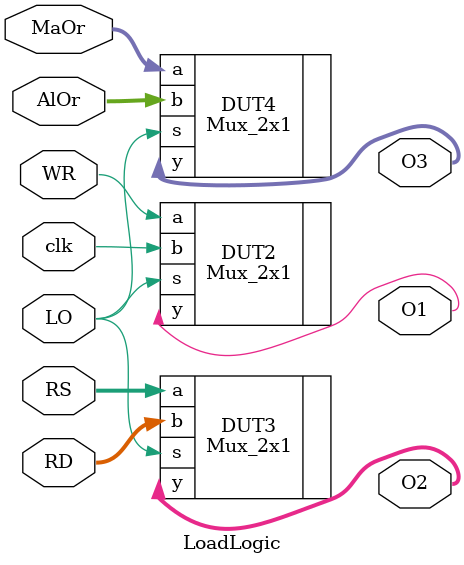
<source format=v>
module LoadLogic(WR,clk,LO,RS,RD,MaOr,AlOr,O1,O2,O3);
input WR,clk,LO;
input [2:0]RS,RD;
input [31:0]MaOr,AlOr;
output O1;
output [2:0]O2;
output [31:0]O3;
reg clkn;
//assign clkn = ~clk;

Mux_2x1 #(.N(1))  DUT2(.a(WR),.b(clk),.s(LO),.y(O1));
Mux_2x1 #(.N(3))  DUT3(.a(RS),.b(RD),.s(LO),.y(O2));
Mux_2x1 #(.N(32)) DUT4(.a(MaOr),.b(AlOr),.s(LO),.y(O3));



endmodule
</source>
